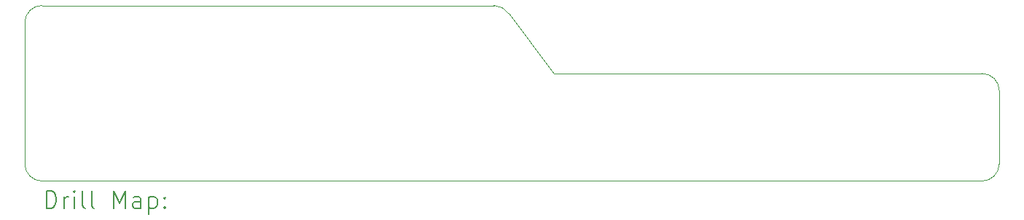
<source format=gbr>
%FSLAX45Y45*%
G04 Gerber Fmt 4.5, Leading zero omitted, Abs format (unit mm)*
G04 Created by KiCad (PCBNEW (6.0.2)) date 2022-05-29 22:25:16*
%MOMM*%
%LPD*%
G01*
G04 APERTURE LIST*
%TA.AperFunction,Profile*%
%ADD10C,0.100000*%
%TD*%
%ADD11C,0.200000*%
G04 APERTURE END LIST*
D10*
X9500000Y-9441358D02*
X14750000Y-9441358D01*
X20620000Y-10431358D02*
X20620000Y-11281357D01*
X20420000Y-11481357D02*
X9500000Y-11481357D01*
X9300000Y-11281357D02*
X9300000Y-9641358D01*
X15450000Y-10231358D02*
X20420000Y-10231358D01*
X20420000Y-11481357D02*
G75*
G03*
X20620000Y-11281357I0J200000D01*
G01*
X14917914Y-9532707D02*
G75*
G03*
X14750000Y-9441358I-167914J-108650D01*
G01*
X14917914Y-9532707D02*
X15450000Y-10231358D01*
X9300000Y-11281357D02*
G75*
G03*
X9500000Y-11481357I200000J0D01*
G01*
X9500000Y-9441358D02*
G75*
G03*
X9300000Y-9641358I0J-200000D01*
G01*
X20620000Y-10431358D02*
G75*
G03*
X20420000Y-10231358I-200000J0D01*
G01*
D11*
X9552619Y-11796834D02*
X9552619Y-11596834D01*
X9600238Y-11596834D01*
X9628810Y-11606357D01*
X9647857Y-11625405D01*
X9657381Y-11644453D01*
X9666905Y-11682548D01*
X9666905Y-11711119D01*
X9657381Y-11749215D01*
X9647857Y-11768262D01*
X9628810Y-11787310D01*
X9600238Y-11796834D01*
X9552619Y-11796834D01*
X9752619Y-11796834D02*
X9752619Y-11663500D01*
X9752619Y-11701595D02*
X9762143Y-11682548D01*
X9771667Y-11673024D01*
X9790714Y-11663500D01*
X9809762Y-11663500D01*
X9876429Y-11796834D02*
X9876429Y-11663500D01*
X9876429Y-11596834D02*
X9866905Y-11606357D01*
X9876429Y-11615881D01*
X9885952Y-11606357D01*
X9876429Y-11596834D01*
X9876429Y-11615881D01*
X10000238Y-11796834D02*
X9981190Y-11787310D01*
X9971667Y-11768262D01*
X9971667Y-11596834D01*
X10105000Y-11796834D02*
X10085952Y-11787310D01*
X10076429Y-11768262D01*
X10076429Y-11596834D01*
X10333571Y-11796834D02*
X10333571Y-11596834D01*
X10400238Y-11739691D01*
X10466905Y-11596834D01*
X10466905Y-11796834D01*
X10647857Y-11796834D02*
X10647857Y-11692072D01*
X10638333Y-11673024D01*
X10619286Y-11663500D01*
X10581190Y-11663500D01*
X10562143Y-11673024D01*
X10647857Y-11787310D02*
X10628810Y-11796834D01*
X10581190Y-11796834D01*
X10562143Y-11787310D01*
X10552619Y-11768262D01*
X10552619Y-11749215D01*
X10562143Y-11730167D01*
X10581190Y-11720643D01*
X10628810Y-11720643D01*
X10647857Y-11711119D01*
X10743095Y-11663500D02*
X10743095Y-11863500D01*
X10743095Y-11673024D02*
X10762143Y-11663500D01*
X10800238Y-11663500D01*
X10819286Y-11673024D01*
X10828810Y-11682548D01*
X10838333Y-11701595D01*
X10838333Y-11758738D01*
X10828810Y-11777786D01*
X10819286Y-11787310D01*
X10800238Y-11796834D01*
X10762143Y-11796834D01*
X10743095Y-11787310D01*
X10924048Y-11777786D02*
X10933571Y-11787310D01*
X10924048Y-11796834D01*
X10914524Y-11787310D01*
X10924048Y-11777786D01*
X10924048Y-11796834D01*
X10924048Y-11673024D02*
X10933571Y-11682548D01*
X10924048Y-11692072D01*
X10914524Y-11682548D01*
X10924048Y-11673024D01*
X10924048Y-11692072D01*
M02*

</source>
